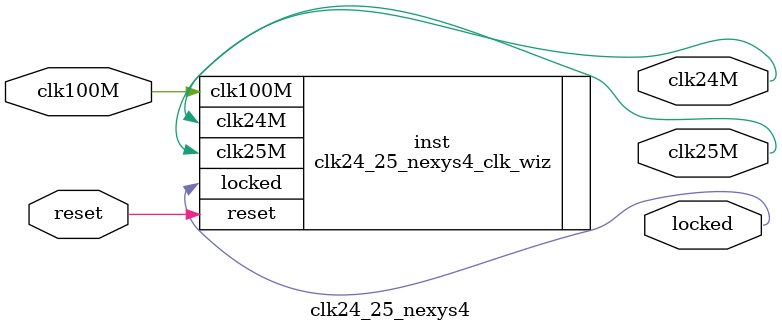
<source format=v>


`timescale 10ns/1ns

(* CORE_GENERATION_INFO = "clk24_25_nexys4,clk_wiz_v6_0_4_0_0,{component_name=clk24_25_nexys4,use_phase_alignment=true,use_min_o_jitter=false,use_max_i_jitter=false,use_dyn_phase_shift=false,use_inclk_switchover=false,use_dyn_reconfig=false,enable_axi=0,feedback_source=FDBK_AUTO,PRIMITIVE=MMCM,num_out_clk=2,clkin1_period=10.000,clkin2_period=10.000,use_power_down=false,use_reset=true,use_locked=true,use_inclk_stopped=false,feedback_type=SINGLE,CLOCK_MGR_TYPE=NA,manual_override=false}" *)

module clk24_25_nexys4 
 (
  // Clock out ports
  output        clk24M,
  output        clk25M,
  // Status and control signals
  input         reset,
  output        locked,
 // Clock in ports
  input         clk100M
 );

  clk24_25_nexys4_clk_wiz inst
  (
  // Clock out ports  
  .clk24M(clk24M),
  .clk25M(clk25M),
  // Status and control signals               
  .reset(reset), 
  .locked(locked),
 // Clock in ports
  .clk100M(clk100M)
  );

endmodule
</source>
